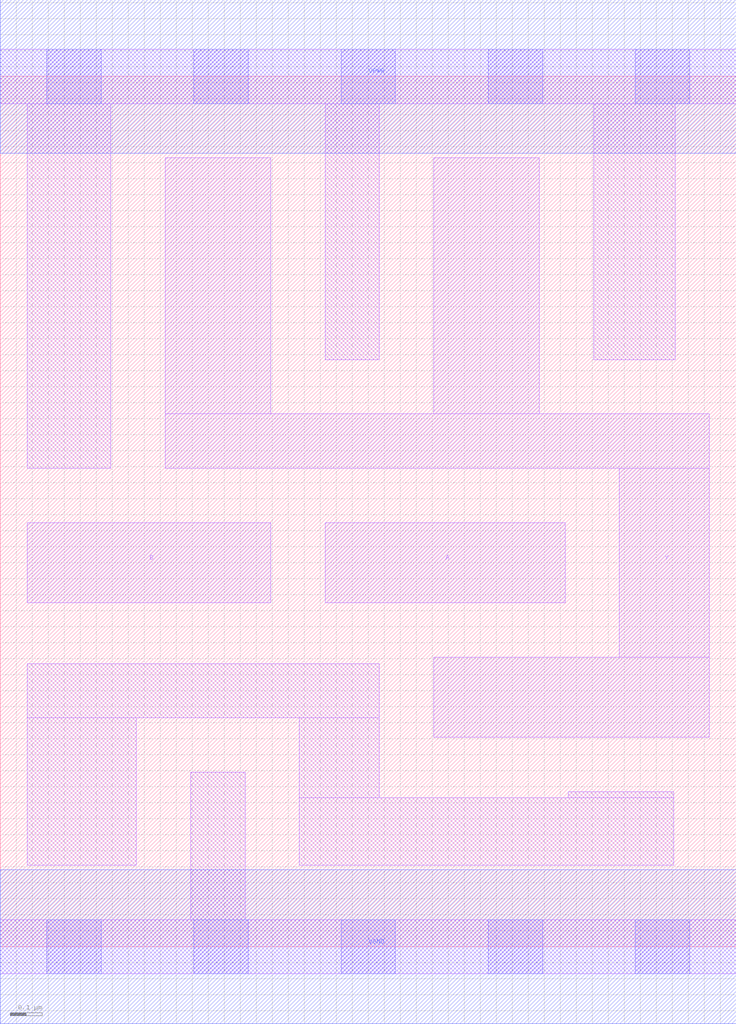
<source format=lef>
# Copyright 2020 The SkyWater PDK Authors
#
# Licensed under the Apache License, Version 2.0 (the "License");
# you may not use this file except in compliance with the License.
# You may obtain a copy of the License at
#
#     https://www.apache.org/licenses/LICENSE-2.0
#
# Unless required by applicable law or agreed to in writing, software
# distributed under the License is distributed on an "AS IS" BASIS,
# WITHOUT WARRANTIES OR CONDITIONS OF ANY KIND, either express or implied.
# See the License for the specific language governing permissions and
# limitations under the License.
#
# SPDX-License-Identifier: Apache-2.0

VERSION 5.7 ;
  NAMESCASESENSITIVE ON ;
  NOWIREEXTENSIONATPIN ON ;
  DIVIDERCHAR "/" ;
  BUSBITCHARS "[]" ;
UNITS
  DATABASE MICRONS 200 ;
END UNITS
MACRO sky130_fd_sc_hd__nand2_2
  CLASS CORE ;
  FOREIGN sky130_fd_sc_hd__nand2_2 ;
  ORIGIN  0.000000  0.000000 ;
  SIZE  2.300000 BY  2.720000 ;
  SYMMETRY X Y R90 ;
  SITE unithd ;
  PIN A
    ANTENNAGATEAREA  0.495000 ;
    DIRECTION INPUT ;
    USE SIGNAL ;
    PORT
      LAYER li1 ;
        RECT 1.015000 1.075000 1.765000 1.325000 ;
    END
  END A
  PIN B
    ANTENNAGATEAREA  0.495000 ;
    DIRECTION INPUT ;
    USE SIGNAL ;
    PORT
      LAYER li1 ;
        RECT 0.085000 1.075000 0.845000 1.325000 ;
    END
  END B
  PIN Y
    ANTENNADIFFAREA  0.715500 ;
    DIRECTION OUTPUT ;
    USE SIGNAL ;
    PORT
      LAYER li1 ;
        RECT 0.515000 1.495000 2.215000 1.665000 ;
        RECT 0.515000 1.665000 0.845000 2.465000 ;
        RECT 1.355000 0.655000 2.215000 0.905000 ;
        RECT 1.355000 1.665000 1.685000 2.465000 ;
        RECT 1.935000 0.905000 2.215000 1.495000 ;
    END
  END Y
  PIN VGND
    DIRECTION INOUT ;
    SHAPE ABUTMENT ;
    USE GROUND ;
    PORT
      LAYER met1 ;
        RECT 0.000000 -0.240000 2.300000 0.240000 ;
    END
  END VGND
  PIN VPWR
    DIRECTION INOUT ;
    SHAPE ABUTMENT ;
    USE POWER ;
    PORT
      LAYER met1 ;
        RECT 0.000000 2.480000 2.300000 2.960000 ;
    END
  END VPWR
  OBS
    LAYER li1 ;
      RECT 0.000000 -0.085000 2.300000 0.085000 ;
      RECT 0.000000  2.635000 2.300000 2.805000 ;
      RECT 0.085000  0.255000 0.425000 0.715000 ;
      RECT 0.085000  0.715000 1.185000 0.885000 ;
      RECT 0.085000  1.495000 0.345000 2.635000 ;
      RECT 0.595000  0.085000 0.765000 0.545000 ;
      RECT 0.935000  0.255000 2.105000 0.465000 ;
      RECT 0.935000  0.465000 1.185000 0.715000 ;
      RECT 1.015000  1.835000 1.185000 2.635000 ;
      RECT 1.775000  0.465000 2.105000 0.485000 ;
      RECT 1.855000  1.835000 2.110000 2.635000 ;
    LAYER mcon ;
      RECT 0.145000 -0.085000 0.315000 0.085000 ;
      RECT 0.145000  2.635000 0.315000 2.805000 ;
      RECT 0.605000 -0.085000 0.775000 0.085000 ;
      RECT 0.605000  2.635000 0.775000 2.805000 ;
      RECT 1.065000 -0.085000 1.235000 0.085000 ;
      RECT 1.065000  2.635000 1.235000 2.805000 ;
      RECT 1.525000 -0.085000 1.695000 0.085000 ;
      RECT 1.525000  2.635000 1.695000 2.805000 ;
      RECT 1.985000 -0.085000 2.155000 0.085000 ;
      RECT 1.985000  2.635000 2.155000 2.805000 ;
  END
END sky130_fd_sc_hd__nand2_2
END LIBRARY

</source>
